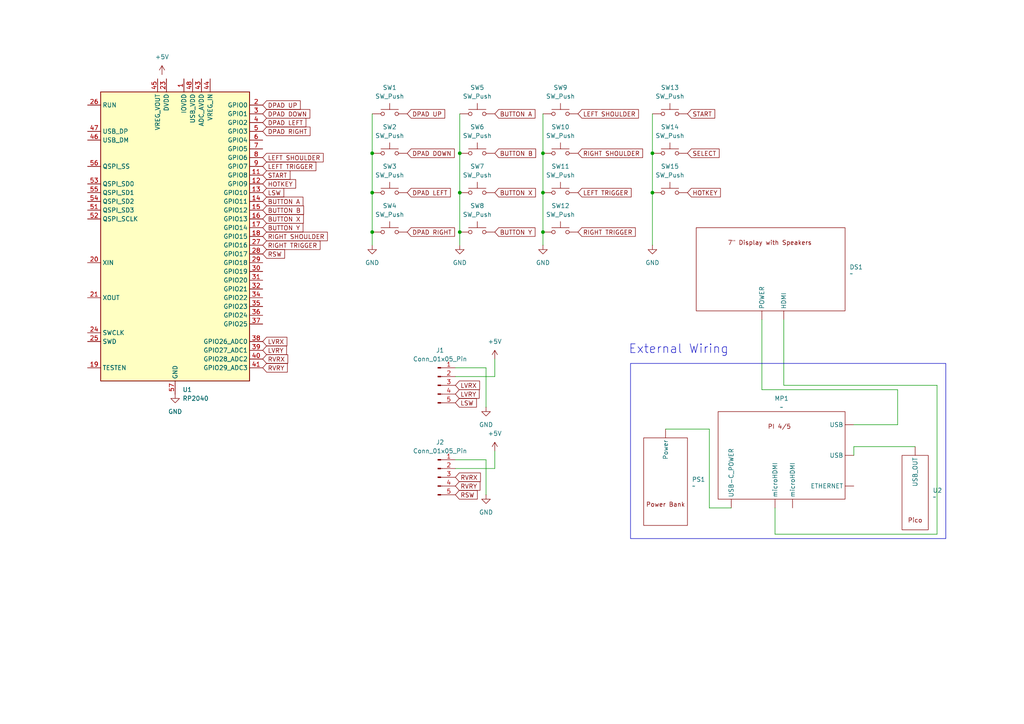
<source format=kicad_sch>
(kicad_sch (version 20250114) (generator "eeschema") (generator_version "9.0")
  (paper "A4")
  (lib_symbols
    (symbol "Connector:Conn_01x05_Pin" (pin_names (offset 1.016) (hide yes))
      (property "Reference" "J" (at 0 7.62 0))
      (property "Value" "Conn_01x05_Pin" (at 0 -7.62 0))
      (symbol "Conn_01x05_Pin_1_1"
        (rectangle (start 0.8636 5.207) (end 0 4.953) (stroke (width 0.1524)) (fill (type outline)))
        (rectangle (start 0.8636 2.667) (end 0 2.413) (stroke (width 0.1524)) (fill (type outline)))
        (rectangle (start 0.8636 0.127) (end 0 -0.127) (stroke (width 0.1524)) (fill (type outline)))
        (rectangle (start 0.8636 -2.413) (end 0 -2.667) (stroke (width 0.1524)) (fill (type outline)))
        (rectangle (start 0.8636 -4.953) (end 0 -5.207) (stroke (width 0.1524)) (fill (type outline)))
        (polyline (pts (xy 1.27 5.08) (xy 0.8636 5.08)) (stroke (width 0.1524)))
        (polyline (pts (xy 1.27 2.54) (xy 0.8636 2.54)) (stroke (width 0.1524)))
        (polyline (pts (xy 1.27 0) (xy 0.8636 0)) (stroke (width 0.1524)))
        (polyline (pts (xy 1.27 -2.54) (xy 0.8636 -2.54)) (stroke (width 0.1524)))
        (polyline (pts (xy 1.27 -5.08) (xy 0.8636 -5.08)) (stroke (width 0.1524)))
        (pin passive line (at 5.08 5.08 180) (length 3.81) (name "Pin_1") (number "1"))
        (pin passive line (at 5.08 2.54 180) (length 3.81) (name "Pin_2") (number "2"))
        (pin passive line (at 5.08 0 180) (length 3.81) (name "Pin_3") (number "3"))
        (pin passive line (at 5.08 -2.54 180) (length 3.81) (name "Pin_4") (number "4"))
        (pin passive line (at 5.08 -5.08 180) (length 3.81) (name "Pin_5") (number "5"))
      )
    )
    (symbol "HexPlay Specifics:7inchDisplay"
      (property "Reference" "DS" (at 0 0 0))
      (symbol "7inchDisplay_0_1"
        (rectangle (start -21.59 11.43) (end 21.59 -12.7))
      )
      (symbol "7inchDisplay_1_1"
        (text "7\" Display with Speakers" (at -0.254 7.112 0) (effects (font (size 1.27 1.27))))
        (pin output line (at -2.54 -15.24 90) (length 2.54) (name "POWER") (number ""))
        (pin output line (at 3.81 -15.24 90) (length 2.54) (name "HDMI") (number ""))
      )
    )
    (symbol "HexPlay Specifics:Pi_4/5"
      (property "Reference" "MP" (at 0 0 0))
      (symbol "Pi_4/5_0_1"
        (rectangle (start -17.78 12.7) (end 19.05 -12.7))
      )
      (symbol "Pi_4/5_1_1"
        (text "PI 4/5" (at 0 8.382 0) (effects (font (size 1.27 1.27))))
        (pin input line (at -13.97 -15.24 90) (length 2.54) (name "USB-C_POWER") (number ""))
        (pin input line (at -1.27 -15.24 90) (length 2.54) (name "microHDMI") (number ""))
        (pin input line (at 3.81 -15.24 90) (length 2.54) (name "microHDMI") (number ""))
        (pin input line (at 21.59 8.89 180) (length 2.54) (name "USB") (number ""))
        (pin input line (at 21.59 0 180) (length 2.54) (name "USB") (number ""))
        (pin input line (at 21.59 -8.89 180) (length 2.54) (name "ETHERNET") (number ""))
      )
    )
    (symbol "HexPlay Specifics:Pico"
      (property "Reference" "U" (at 0 0 0))
      (symbol "Pico_0_1"
        (rectangle (start -3.81 13.97) (end 3.81 -7.62))
      )
      (symbol "Pico_1_1"
        (text "Pico" (at 0 -4.826 0) (effects (font (size 1.27 1.27))))
        (pin output line (at 0 16.51 270) (length 2.54) (name "USB_OUT") (number ""))
      )
    )
    (symbol "HexPlay Specifics:Power_Bank"
      (property "Reference" "PS" (at 0 0 0))
      (symbol "Power_Bank_0_1"
        (rectangle (start -6.35 12.7) (end 6.35 -12.7))
      )
      (symbol "Power_Bank_1_1"
        (text "Power Bank" (at 0 -6.604 0) (effects (font (size 1.27 1.27))))
        (pin output line (at 0 15.24 270) (length 2.54) (name "Power") (number ""))
      )
    )
    (symbol "MCU_RaspberryPi:RP2040"
      (property "Reference" "U" (at 17.78 45.72 0))
      (property "Value" "RP2040" (at 17.78 43.18 0))
      (symbol "RP2040_0_1"
        (rectangle (start -21.59 41.91) (end 21.59 -41.91) (stroke (width 0.254)) (fill (type background)))
      )
      (symbol "RP2040_1_1"
        (pin input line (at -25.4 38.1 0) (length 3.81) (name "RUN") (number "26"))
        (pin bidirectional line (at -25.4 30.48 0) (length 3.81) (name "USB_DP") (number "47"))
        (pin bidirectional line (at -25.4 27.94 0) (length 3.81) (name "USB_DM") (number "46"))
        (pin bidirectional line (at -25.4 20.32 0) (length 3.81) (name "QSPI_SS") (number "56"))
        (pin bidirectional line (at -25.4 15.24 0) (length 3.81) (name "QSPI_SD0") (number "53"))
        (pin bidirectional line (at -25.4 12.7 0) (length 3.81) (name "QSPI_SD1") (number "55"))
        (pin bidirectional line (at -25.4 10.16 0) (length 3.81) (name "QSPI_SD2") (number "54"))
        (pin bidirectional line (at -25.4 7.62 0) (length 3.81) (name "QSPI_SD3") (number "51"))
        (pin output line (at -25.4 5.08 0) (length 3.81) (name "QSPI_SCLK") (number "52"))
        (pin input line (at -25.4 -7.62 0) (length 3.81) (name "XIN") (number "20"))
        (pin passive line (at -25.4 -17.78 0) (length 3.81) (name "XOUT") (number "21"))
        (pin input line (at -25.4 -27.94 0) (length 3.81) (name "SWCLK") (number "24"))
        (pin bidirectional line (at -25.4 -30.48 0) (length 3.81) (name "SWD") (number "25"))
        (pin input line (at -25.4 -38.1 0) (length 3.81) (name "TESTEN") (number "19"))
        (pin power_out line (at -5.08 45.72 270) (length 3.81) (name "VREG_VOUT") (number "45"))
        (pin power_in line (at -2.54 45.72 270) (length 3.81) (name "DVDD") (number "23"))
        (pin passive line (at -2.54 45.72 270) (length 3.81) (hide yes) (name "DVDD") (number "50"))
        (pin power_in line (at 0 -45.72 90) (length 3.81) (name "GND") (number "57"))
        (pin power_in line (at 2.54 45.72 270) (length 3.81) (name "IOVDD") (number "1"))
        (pin passive line (at 2.54 45.72 270) (length 3.81) (hide yes) (name "IOVDD") (number "10"))
        (pin passive line (at 2.54 45.72 270) (length 3.81) (hide yes) (name "IOVDD") (number "22"))
        (pin passive line (at 2.54 45.72 270) (length 3.81) (hide yes) (name "IOVDD") (number "33"))
        (pin passive line (at 2.54 45.72 270) (length 3.81) (hide yes) (name "IOVDD") (number "42"))
        (pin passive line (at 2.54 45.72 270) (length 3.81) (hide yes) (name "IOVDD") (number "49"))
        (pin power_in line (at 5.08 45.72 270) (length 3.81) (name "USB_VDD") (number "48"))
        (pin power_in line (at 7.62 45.72 270) (length 3.81) (name "ADC_AVDD") (number "43"))
        (pin power_in line (at 10.16 45.72 270) (length 3.81) (name "VREG_IN") (number "44"))
        (pin bidirectional line (at 25.4 38.1 180) (length 3.81) (name "GPIO0") (number "2"))
        (pin bidirectional line (at 25.4 35.56 180) (length 3.81) (name "GPIO1") (number "3"))
        (pin bidirectional line (at 25.4 33.02 180) (length 3.81) (name "GPIO2") (number "4"))
        (pin bidirectional line (at 25.4 30.48 180) (length 3.81) (name "GPIO3") (number "5"))
        (pin bidirectional line (at 25.4 27.94 180) (length 3.81) (name "GPIO4") (number "6"))
        (pin bidirectional line (at 25.4 25.4 180) (length 3.81) (name "GPIO5") (number "7"))
        (pin bidirectional line (at 25.4 22.86 180) (length 3.81) (name "GPIO6") (number "8"))
        (pin bidirectional line (at 25.4 20.32 180) (length 3.81) (name "GPIO7") (number "9"))
        (pin bidirectional line (at 25.4 17.78 180) (length 3.81) (name "GPIO8") (number "11"))
        (pin bidirectional line (at 25.4 15.24 180) (length 3.81) (name "GPIO9") (number "12"))
        (pin bidirectional line (at 25.4 12.7 180) (length 3.81) (name "GPIO10") (number "13"))
        (pin bidirectional line (at 25.4 10.16 180) (length 3.81) (name "GPIO11") (number "14"))
        (pin bidirectional line (at 25.4 7.62 180) (length 3.81) (name "GPIO12") (number "15"))
        (pin bidirectional line (at 25.4 5.08 180) (length 3.81) (name "GPIO13") (number "16"))
        (pin bidirectional line (at 25.4 2.54 180) (length 3.81) (name "GPIO14") (number "17"))
        (pin bidirectional line (at 25.4 0 180) (length 3.81) (name "GPIO15") (number "18"))
        (pin bidirectional line (at 25.4 -2.54 180) (length 3.81) (name "GPIO16") (number "27"))
        (pin bidirectional line (at 25.4 -5.08 180) (length 3.81) (name "GPIO17") (number "28"))
        (pin bidirectional line (at 25.4 -7.62 180) (length 3.81) (name "GPIO18") (number "29"))
        (pin bidirectional line (at 25.4 -10.16 180) (length 3.81) (name "GPIO19") (number "30"))
        (pin bidirectional line (at 25.4 -12.7 180) (length 3.81) (name "GPIO20") (number "31"))
        (pin bidirectional line (at 25.4 -15.24 180) (length 3.81) (name "GPIO21") (number "32"))
        (pin bidirectional line (at 25.4 -17.78 180) (length 3.81) (name "GPIO22") (number "34"))
        (pin bidirectional line (at 25.4 -20.32 180) (length 3.81) (name "GPIO23") (number "35"))
        (pin bidirectional line (at 25.4 -22.86 180) (length 3.81) (name "GPIO24") (number "36"))
        (pin bidirectional line (at 25.4 -25.4 180) (length 3.81) (name "GPIO25") (number "37"))
        (pin bidirectional line (at 25.4 -30.48 180) (length 3.81) (name "GPIO26_ADC0") (number "38"))
        (pin bidirectional line (at 25.4 -33.02 180) (length 3.81) (name "GPIO27_ADC1") (number "39"))
        (pin bidirectional line (at 25.4 -35.56 180) (length 3.81) (name "GPIO28_ADC2") (number "40"))
        (pin bidirectional line (at 25.4 -38.1 180) (length 3.81) (name "GPIO29_ADC3") (number "41"))
      )
    )
    (symbol "Switch:SW_Push" (pin_numbers (hide yes)) (pin_names (offset 1.016) (hide yes))
      (property "Reference" "SW" (at 1.27 2.54 0))
      (property "Value" "SW_Push" (at 0 -1.524 0))
      (symbol "SW_Push_0_1"
        (circle (center -2.032 0) (radius 0.508))
        (polyline (pts (xy 0 1.27) (xy 0 3.048)))
        (circle (center 2.032 0) (radius 0.508))
        (polyline (pts (xy 2.54 1.27) (xy -2.54 1.27)))
        (pin passive line (at -5.08 0 0) (length 2.54) (name "1") (number "1"))
        (pin passive line (at 5.08 0 180) (length 2.54) (name "2") (number "2"))
      )
    )
    (symbol "power:+5V" (power) (pin_numbers (hide yes)) (pin_names (offset 0) (hide yes))
      (property "Value" "+5V" (at 0 3.556 0))
      (symbol "+5V_0_1"
        (polyline (pts (xy -0.762 1.27) (xy 0 2.54)))
        (polyline (pts (xy 0 2.54) (xy 0.762 1.27)))
        (polyline (pts (xy 0 0) (xy 0 2.54)))
      )
      (symbol "+5V_1_1"
        (pin power_in line (at 0 0 90) (length 0) (name "~") (number "1"))
      )
    )
    (symbol "power:GND" (power) (pin_numbers (hide yes)) (pin_names (offset 0) (hide yes))
      (property "Value" "GND" (at 0 -3.81 0))
      (symbol "GND_0_1"
        (polyline (pts (xy 0 0) (xy 0 -1.27) (xy 1.27 -1.27) (xy 0 -2.54) (xy -1.27 -1.27) (xy 0 -1.27)))
      )
      (symbol "GND_1_1"
        (pin power_in line (at 0 0 270) (length 0) (name "~") (number "1"))
      )
    )
  )
  (rectangle (start 182.88 105.41) (end 274.32 156.21))
  (text "External Wiring\n" (at 196.85 101.346 0) (effects (font (size 2.54 2.54))))
  (junction (at 157.48 44.45))
  (junction (at 157.48 67.31))
  (junction (at 189.23 55.88))
  (junction (at 133.35 67.31))
  (junction (at 107.95 67.31))
  (junction (at 189.23 44.45))
  (junction (at 157.48 55.88))
  (junction (at 133.35 55.88))
  (junction (at 133.35 44.45))
  (junction (at 107.95 44.45))
  (junction (at 107.95 55.88))
  (wire (pts (xy 133.35 71.12) (xy 133.35 67.31)))
  (wire (pts (xy 157.48 44.45) (xy 157.48 55.88)))
  (wire (pts (xy 133.35 33.02) (xy 133.35 44.45)))
  (wire (pts (xy 107.95 55.88) (xy 107.95 67.31)))
  (wire (pts (xy 227.33 92.71) (xy 227.33 111.76)))
  (wire (pts (xy 189.23 71.12) (xy 189.23 55.88)))
  (wire (pts (xy 132.08 133.35) (xy 140.97 133.35)))
  (wire (pts (xy 133.35 44.45) (xy 133.35 55.88)))
  (wire (pts (xy 227.33 111.76) (xy 271.78 111.76)))
  (wire (pts (xy 143.51 135.89) (xy 143.51 130.81)))
  (wire (pts (xy 193.04 124.46) (xy 205.74 124.46)))
  (wire (pts (xy 247.65 129.54) (xy 265.43 129.54)))
  (wire (pts (xy 140.97 133.35) (xy 140.97 143.51)))
  (wire (pts (xy 107.95 71.12) (xy 107.95 67.31)))
  (wire (pts (xy 247.65 132.08) (xy 247.65 129.54)))
  (wire (pts (xy 271.78 111.76) (xy 271.78 154.94)))
  (wire (pts (xy 157.48 71.12) (xy 157.48 67.31)))
  (wire (pts (xy 143.51 109.22) (xy 143.51 104.14)))
  (wire (pts (xy 189.23 44.45) (xy 189.23 55.88)))
  (wire (pts (xy 220.98 113.03) (xy 260.35 113.03)))
  (wire (pts (xy 271.78 154.94) (xy 224.79 154.94)))
  (wire (pts (xy 140.97 106.68) (xy 140.97 118.11)))
  (wire (pts (xy 133.35 55.88) (xy 133.35 67.31)))
  (wire (pts (xy 157.48 33.02) (xy 157.48 44.45)))
  (wire (pts (xy 220.98 92.71) (xy 220.98 113.03)))
  (wire (pts (xy 260.35 123.19) (xy 247.65 123.19)))
  (wire (pts (xy 260.35 113.03) (xy 260.35 123.19)))
  (wire (pts (xy 132.08 109.22) (xy 143.51 109.22)))
  (wire (pts (xy 132.08 135.89) (xy 143.51 135.89)))
  (wire (pts (xy 189.23 33.02) (xy 189.23 44.45)))
  (wire (pts (xy 107.95 33.02) (xy 107.95 44.45)))
  (wire (pts (xy 205.74 147.32) (xy 212.09 147.32)))
  (wire (pts (xy 224.79 147.32) (xy 224.79 154.94)))
  (wire (pts (xy 157.48 55.88) (xy 157.48 67.31)))
  (wire (pts (xy 205.74 124.46) (xy 205.74 147.32)))
  (wire (pts (xy 107.95 44.45) (xy 107.95 55.88)))
  (wire (pts (xy 132.08 106.68) (xy 140.97 106.68)))
  (global_label "DPAD RIGHT" (shape input) (at 76.2 38.1 0) (property "Intersheetrefs" "${INTERSHEET_REFS}" (effects (hide yes))))
  (global_label "RVRY" (shape input) (at 76.2 106.68 0) (property "Intersheetrefs" "${INTERSHEET_REFS}" (effects (hide yes))))
  (global_label "DPAD LEFT" (shape input) (at 118.11 55.88 0) (property "Intersheetrefs" "${INTERSHEET_REFS}" (effects (hide yes))))
  (global_label "RIGHT TRIGGER" (shape input) (at 76.2 71.12 0) (property "Intersheetrefs" "${INTERSHEET_REFS}" (effects (hide yes))))
  (global_label "RSW" (shape input) (at 76.2 73.66 0) (property "Intersheetrefs" "${INTERSHEET_REFS}" (effects (hide yes))))
  (global_label "HOTKEY" (shape input) (at 76.2 53.34 0) (property "Intersheetrefs" "${INTERSHEET_REFS}" (effects (hide yes))))
  (global_label "BUTTON X" (shape input) (at 76.2 63.5 0) (property "Intersheetrefs" "${INTERSHEET_REFS}" (effects (hide yes))))
  (global_label "LSW" (shape input) (at 76.2 55.88 0) (property "Intersheetrefs" "${INTERSHEET_REFS}" (effects (hide yes))))
  (global_label "LEFT SHOULDER" (shape input) (at 167.64 33.02 0) (property "Intersheetrefs" "${INTERSHEET_REFS}" (effects (hide yes))))
  (global_label "DPAD UP" (shape input) (at 118.11 33.02 0) (property "Intersheetrefs" "${INTERSHEET_REFS}" (effects (hide yes))))
  (global_label "DPAD UP" (shape input) (at 76.2 30.48 0) (property "Intersheetrefs" "${INTERSHEET_REFS}" (effects (hide yes))))
  (global_label "DPAD DOWN" (shape input) (at 118.11 44.45 0) (property "Intersheetrefs" "${INTERSHEET_REFS}" (effects (hide yes))))
  (global_label "BUTTON A" (shape input) (at 143.51 33.02 0) (property "Intersheetrefs" "${INTERSHEET_REFS}" (effects (hide yes))))
  (global_label "RSW" (shape input) (at 132.08 143.51 0) (property "Intersheetrefs" "${INTERSHEET_REFS}" (effects (hide yes))))
  (global_label "START" (shape input) (at 199.39 33.02 0) (property "Intersheetrefs" "${INTERSHEET_REFS}" (effects (hide yes))))
  (global_label "BUTTON Y" (shape input) (at 143.51 67.31 0) (property "Intersheetrefs" "${INTERSHEET_REFS}" (effects (hide yes))))
  (global_label "DPAD RIGHT" (shape input) (at 118.11 67.31 0) (property "Intersheetrefs" "${INTERSHEET_REFS}" (effects (hide yes))))
  (global_label "RIGHT SHOULDER" (shape input) (at 167.64 44.45 0) (property "Intersheetrefs" "${INTERSHEET_REFS}" (effects (hide yes))))
  (global_label "LVRX" (shape input) (at 132.08 111.76 0) (property "Intersheetrefs" "${INTERSHEET_REFS}" (effects (hide yes))))
  (global_label "RVRX" (shape input) (at 76.2 104.14 0) (property "Intersheetrefs" "${INTERSHEET_REFS}" (effects (hide yes))))
  (global_label "LVRY" (shape input) (at 76.2 101.6 0) (property "Intersheetrefs" "${INTERSHEET_REFS}" (effects (hide yes))))
  (global_label "HOTKEY" (shape input) (at 199.39 55.88 0) (property "Intersheetrefs" "${INTERSHEET_REFS}" (effects (hide yes))))
  (global_label "RIGHT SHOULDER" (shape input) (at 76.2 68.58 0) (property "Intersheetrefs" "${INTERSHEET_REFS}" (effects (hide yes))))
  (global_label "BUTTON Y" (shape input) (at 76.2 66.04 0) (property "Intersheetrefs" "${INTERSHEET_REFS}" (effects (hide yes))))
  (global_label "LEFT TRIGGER" (shape input) (at 76.2 48.26 0) (property "Intersheetrefs" "${INTERSHEET_REFS}" (effects (hide yes))))
  (global_label "LEFT SHOULDER" (shape input) (at 76.2 45.72 0) (property "Intersheetrefs" "${INTERSHEET_REFS}" (effects (hide yes))))
  (global_label "RVRX" (shape input) (at 132.08 138.43 0) (property "Intersheetrefs" "${INTERSHEET_REFS}" (effects (hide yes))))
  (global_label "SELECT" (shape input) (at 199.39 44.45 0) (property "Intersheetrefs" "${INTERSHEET_REFS}" (effects (hide yes))))
  (global_label "BUTTON A" (shape input) (at 76.2 58.42 0) (property "Intersheetrefs" "${INTERSHEET_REFS}" (effects (hide yes))))
  (global_label "DPAD DOWN" (shape input) (at 76.2 33.02 0) (property "Intersheetrefs" "${INTERSHEET_REFS}" (effects (hide yes))))
  (global_label "RIGHT TRIGGER" (shape input) (at 167.64 67.31 0) (property "Intersheetrefs" "${INTERSHEET_REFS}" (effects (hide yes))))
  (global_label "RVRY" (shape input) (at 132.08 140.97 0) (property "Intersheetrefs" "${INTERSHEET_REFS}" (effects (hide yes))))
  (global_label "BUTTON X" (shape input) (at 143.51 55.88 0) (property "Intersheetrefs" "${INTERSHEET_REFS}" (effects (hide yes))))
  (global_label "LVRX" (shape input) (at 76.2 99.06 0) (property "Intersheetrefs" "${INTERSHEET_REFS}" (effects (hide yes))))
  (global_label "BUTTON B" (shape input) (at 143.51 44.45 0) (property "Intersheetrefs" "${INTERSHEET_REFS}" (effects (hide yes))))
  (global_label "DPAD LEFT" (shape input) (at 76.2 35.56 0) (property "Intersheetrefs" "${INTERSHEET_REFS}" (effects (hide yes))))
  (global_label "LVRY" (shape input) (at 132.08 114.3 0) (property "Intersheetrefs" "${INTERSHEET_REFS}" (effects (hide yes))))
  (global_label "LEFT TRIGGER" (shape input) (at 167.64 55.88 0) (property "Intersheetrefs" "${INTERSHEET_REFS}" (effects (hide yes))))
  (global_label "LSW" (shape input) (at 132.08 116.84 0) (property "Intersheetrefs" "${INTERSHEET_REFS}" (effects (hide yes))))
  (global_label "BUTTON B" (shape input) (at 76.2 60.96 0) (property "Intersheetrefs" "${INTERSHEET_REFS}" (effects (hide yes))))
  (global_label "START" (shape input) (at 76.2 50.8 0) (property "Intersheetrefs" "${INTERSHEET_REFS}" (effects (hide yes))))
  (symbol (lib_id "Switch:SW_Push") (at 194.31 55.88 0) (unit 1)
    (property "Reference" "SW15" (at 194.31 48.26 0))
    (property "Value" "SW_Push" (at 194.31 50.8 0))
    (property "Description" "Push button switch, generic, two pins" (effects (hide yes)))
  )
  (symbol (lib_id "HexPlay Specifics:Power_Bank") (at 193.04 139.7 0) (unit 1)
    (property "Reference" "PS1" (at 200.66 139.0649 0) (effects (justify left)))
    (property "Value" "~" (at 200.66 140.97 0) (effects (justify left)))
  )
  (symbol (lib_id "Switch:SW_Push") (at 113.03 55.88 0) (unit 1)
    (property "Reference" "SW3" (at 113.03 48.26 0))
    (property "Value" "SW_Push" (at 113.03 50.8 0))
    (property "Description" "Push button switch, generic, two pins" (effects (hide yes)))
  )
  (symbol (lib_id "Switch:SW_Push") (at 194.31 33.02 0) (unit 1)
    (property "Reference" "SW13" (at 194.31 25.4 0))
    (property "Value" "SW_Push" (at 194.31 27.94 0))
    (property "Description" "Push button switch, generic, two pins" (effects (hide yes)))
  )
  (symbol (lib_id "Switch:SW_Push") (at 194.31 44.45 0) (unit 1)
    (property "Reference" "SW14" (at 194.31 36.83 0))
    (property "Value" "SW_Push" (at 194.31 39.37 0))
    (property "Description" "Push button switch, generic, two pins" (effects (hide yes)))
  )
  (symbol (lib_id "power:GND") (at 189.23 71.12 0) (unit 1)
    (property "Reference" "#PWR04" (effects (hide yes)))
    (property "Value" "GND" (at 189.23 76.2 0))
    (property "Description" "Power symbol creates a global label with name \"GND\" , ground" (effects (hide yes)))
  )
  (symbol (lib_id "Connector:Conn_01x05_Pin") (at 127 138.43 0) (unit 1)
    (property "Reference" "J2" (at 127.635 128.27 0))
    (property "Value" "Conn_01x05_Pin" (at 127.635 130.81 0))
    (property "Description" "Generic connector, single row, 01x05, script generated" (effects (hide yes)))
  )
  (symbol (lib_id "Switch:SW_Push") (at 162.56 44.45 0) (unit 1)
    (property "Reference" "SW10" (at 162.56 36.83 0))
    (property "Value" "SW_Push" (at 162.56 39.37 0))
    (property "Description" "Push button switch, generic, two pins" (effects (hide yes)))
  )
  (symbol (lib_id "Switch:SW_Push") (at 162.56 55.88 0) (unit 1)
    (property "Reference" "SW11" (at 162.56 48.26 0))
    (property "Value" "SW_Push" (at 162.56 50.8 0))
    (property "Description" "Push button switch, generic, two pins" (effects (hide yes)))
  )
  (symbol (lib_id "Switch:SW_Push") (at 138.43 67.31 0) (unit 1)
    (property "Reference" "SW8" (at 138.43 59.69 0))
    (property "Value" "SW_Push" (at 138.43 62.23 0))
    (property "Description" "Push button switch, generic, two pins" (effects (hide yes)))
  )
  (symbol (lib_id "Switch:SW_Push") (at 138.43 44.45 0) (unit 1)
    (property "Reference" "SW6" (at 138.43 36.83 0))
    (property "Value" "SW_Push" (at 138.43 39.37 0))
    (property "Description" "Push button switch, generic, two pins" (effects (hide yes)))
  )
  (symbol (lib_id "power:GND") (at 107.95 71.12 0) (unit 1)
    (property "Reference" "#PWR01" (effects (hide yes)))
    (property "Value" "GND" (at 107.95 76.2 0))
    (property "Description" "Power symbol creates a global label with name \"GND\" , ground" (effects (hide yes)))
  )
  (symbol (lib_id "Switch:SW_Push") (at 113.03 44.45 0) (unit 1)
    (property "Reference" "SW2" (at 113.03 36.83 0))
    (property "Value" "SW_Push" (at 113.03 39.37 0))
    (property "Description" "Push button switch, generic, two pins" (effects (hide yes)))
  )
  (symbol (lib_id "HexPlay Specifics:Pico") (at 265.43 146.05 0) (unit 1)
    (property "Reference" "U2" (at 270.51 142.2399 0) (effects (justify left)))
    (property "Value" "~" (at 270.51 144.145 0) (effects (justify left)))
  )
  (symbol (lib_id "Switch:SW_Push") (at 138.43 55.88 0) (unit 1)
    (property "Reference" "SW7" (at 138.43 48.26 0))
    (property "Value" "SW_Push" (at 138.43 50.8 0))
    (property "Description" "Push button switch, generic, two pins" (effects (hide yes)))
  )
  (symbol (lib_id "power:GND") (at 133.35 71.12 0) (unit 1)
    (property "Reference" "#PWR02" (effects (hide yes)))
    (property "Value" "GND" (at 133.35 76.2 0))
    (property "Description" "Power symbol creates a global label with name \"GND\" , ground" (effects (hide yes)))
  )
  (symbol (lib_id "Switch:SW_Push") (at 162.56 67.31 0) (unit 1)
    (property "Reference" "SW12" (at 162.56 59.69 0))
    (property "Value" "SW_Push" (at 162.56 62.23 0))
    (property "Description" "Push button switch, generic, two pins" (effects (hide yes)))
  )
  (symbol (lib_id "Switch:SW_Push") (at 162.56 33.02 0) (unit 1)
    (property "Reference" "SW9" (at 162.56 25.4 0))
    (property "Value" "SW_Push" (at 162.56 27.94 0))
    (property "Description" "Push button switch, generic, two pins" (effects (hide yes)))
  )
  (symbol (lib_id "MCU_RaspberryPi:RP2040") (at 50.8 68.58 0) (unit 1)
    (property "Reference" "U1" (at 52.9433 113.03 0) (effects (justify left)))
    (property "Value" "RP2040" (at 52.9433 115.57 0) (effects (justify left)))
    (property "Footprint" "Package_DFN_QFN:QFN-56-1EP_7x7mm_P0.4mm_EP3.2x3.2mm" (effects (hide yes)))
    (property "Datasheet" "https://datasheets.raspberrypi.com/rp2040/rp2040-datasheet.pdf" (effects (hide yes)))
    (property "Description" "A microcontroller by Raspberry Pi" (effects (hide yes)))
  )
  (symbol (lib_id "power:GND") (at 140.97 143.51 0) (unit 1)
    (property "Reference" "#PWR07" (effects (hide yes)))
    (property "Value" "GND" (at 140.97 148.59 0))
    (property "Description" "Power symbol creates a global label with name \"GND\" , ground" (effects (hide yes)))
  )
  (symbol (lib_id "Switch:SW_Push") (at 138.43 33.02 0) (unit 1)
    (property "Reference" "SW5" (at 138.43 25.4 0))
    (property "Value" "SW_Push" (at 138.43 27.94 0))
    (property "Description" "Push button switch, generic, two pins" (effects (hide yes)))
  )
  (symbol (lib_id "Switch:SW_Push") (at 113.03 67.31 0) (unit 1)
    (property "Reference" "SW4" (at 113.03 59.69 0))
    (property "Value" "SW_Push" (at 113.03 62.23 0))
    (property "Description" "Push button switch, generic, two pins" (effects (hide yes)))
  )
  (symbol (lib_id "power:GND") (at 140.97 118.11 0) (unit 1)
    (property "Reference" "#PWR05" (effects (hide yes)))
    (property "Value" "GND" (at 140.97 123.19 0))
    (property "Description" "Power symbol creates a global label with name \"GND\" , ground" (effects (hide yes)))
  )
  (symbol (lib_id "Connector:Conn_01x05_Pin") (at 127 111.76 0) (unit 1)
    (property "Reference" "J1" (at 127.635 101.6 0))
    (property "Value" "Conn_01x05_Pin" (at 127.635 104.14 0))
    (property "Description" "Generic connector, single row, 01x05, script generated" (effects (hide yes)))
  )
  (symbol (lib_id "Switch:SW_Push") (at 113.03 33.02 0) (unit 1)
    (property "Reference" "SW1" (at 113.03 25.4 0))
    (property "Value" "SW_Push" (at 113.03 27.94 0))
    (property "Description" "Push button switch, generic, two pins" (effects (hide yes)))
  )
  (symbol (lib_id "HexPlay Specifics:Pi_4/5") (at 226.06 132.08 0) (unit 1)
    (property "Reference" "MP1" (at 226.695 115.57 0))
    (property "Value" "~" (at 226.695 118.11 0))
  )
  (symbol (lib_id "power:+5V") (at 143.51 130.81 0) (unit 1)
    (property "Reference" "#PWR08" (effects (hide yes)))
    (property "Value" "+5V" (at 143.51 125.73 0))
    (property "Description" "Power symbol creates a global label with name \"+5V\"" (effects (hide yes)))
  )
  (symbol (lib_id "power:GND") (at 157.48 71.12 0) (unit 1)
    (property "Reference" "#PWR03" (effects (hide yes)))
    (property "Value" "GND" (at 157.48 76.2 0))
    (property "Description" "Power symbol creates a global label with name \"GND\" , ground" (effects (hide yes)))
  )
  (symbol (lib_id "power:+5V") (at 143.51 104.14 0) (unit 1)
    (property "Reference" "#PWR06" (effects (hide yes)))
    (property "Value" "+5V" (at 143.51 99.06 0))
    (property "Description" "Power symbol creates a global label with name \"+5V\"" (effects (hide yes)))
  )
  (symbol (lib_id "power:GND") (at 50.8 114.3 0) (unit 1)
    (property "Reference" "#PWR012" (effects (hide yes)))
    (property "Value" "GND" (at 50.8 119.38 0))
    (property "Description" "Power symbol creates a global label with name \"GND\" , ground" (effects (hide yes)))
  )
  (symbol (lib_id "HexPlay Specifics:7inchDisplay") (at 223.52 77.47 0) (unit 1)
    (property "Reference" "DS1" (at 246.38 77.4699 0) (effects (justify left)))
    (property "Value" "~" (at 246.38 79.375 0) (effects (justify left)))
  )
  (symbol (lib_id "power:+5V") (at 46.99 21.59 0) (unit 1)
    (property "Reference" "#PWR011" (effects (hide yes)))
    (property "Value" "+5V" (at 46.99 16.51 0))
    (property "Description" "Power symbol creates a global label with name \"+5V\"" (effects (hide yes)))
  )
)
</source>
